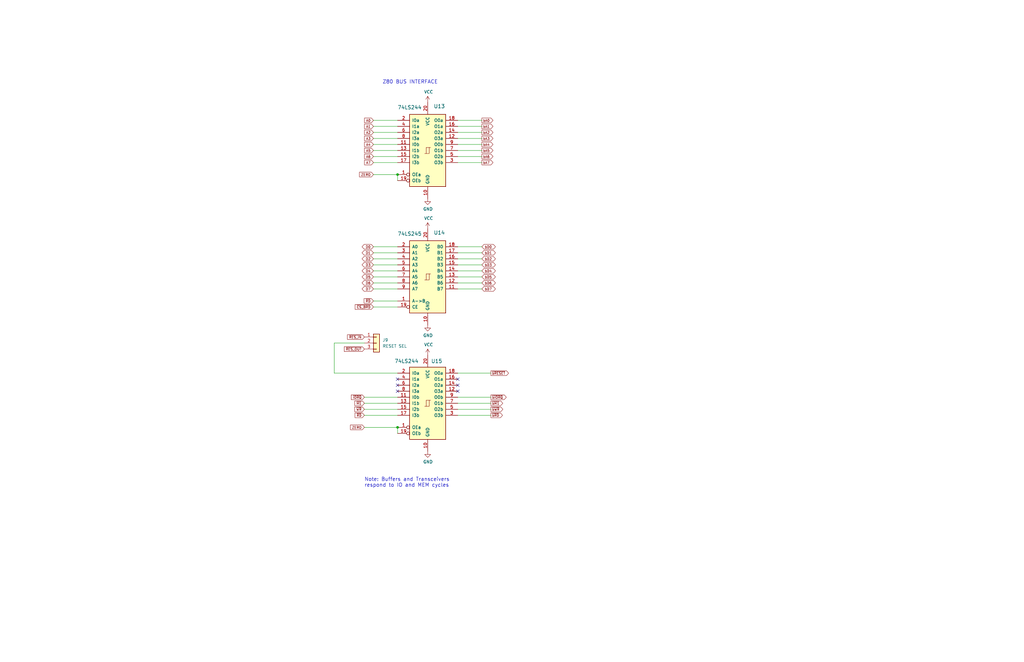
<source format=kicad_sch>
(kicad_sch (version 20211123) (generator eeschema)
  (paper "B")
  (lib_symbols
    (symbol "74xx:74LS244" (pin_names (offset 1.016))
      (property "Reference" "U" (at -7.62 16.51 0))
      (property "Value" "74LS244" (at -7.62 -16.51 0))
      (symbol "74LS244_1_0"
        (polyline (pts (xy -0.635 -1.27) (xy -0.635 1.27) (xy 0.635 1.27)))
        (polyline (pts (xy -1.27 -1.27) (xy 0.635 -1.27) (xy 0.635 1.27) (xy 1.27 1.27)))
        (pin input inverted (at -12.7 -10.16 0) (length 5.08) (name "OEa") (number "1"))
        (pin power_in line (at 0 -20.32 90) (length 5.08) (name "GND") (number "10"))
        (pin input line (at -12.7 2.54 0) (length 5.08) (name "I0b") (number "11"))
        (pin tri_state line (at 12.7 5.08 180) (length 5.08) (name "O3a") (number "12"))
        (pin input line (at -12.7 0 0) (length 5.08) (name "I1b") (number "13"))
        (pin tri_state line (at 12.7 7.62 180) (length 5.08) (name "O2a") (number "14"))
        (pin input line (at -12.7 -2.54 0) (length 5.08) (name "I2b") (number "15"))
        (pin tri_state line (at 12.7 10.16 180) (length 5.08) (name "O1a") (number "16"))
        (pin input line (at -12.7 -5.08 0) (length 5.08) (name "I3b") (number "17"))
        (pin tri_state line (at 12.7 12.7 180) (length 5.08) (name "O0a") (number "18"))
        (pin input inverted (at -12.7 -12.7 0) (length 5.08) (name "OEb") (number "19"))
        (pin input line (at -12.7 12.7 0) (length 5.08) (name "I0a") (number "2"))
        (pin power_in line (at 0 20.32 270) (length 5.08) (name "VCC") (number "20"))
        (pin tri_state line (at 12.7 -5.08 180) (length 5.08) (name "O3b") (number "3"))
        (pin input line (at -12.7 10.16 0) (length 5.08) (name "I1a") (number "4"))
        (pin tri_state line (at 12.7 -2.54 180) (length 5.08) (name "O2b") (number "5"))
        (pin input line (at -12.7 7.62 0) (length 5.08) (name "I2a") (number "6"))
        (pin tri_state line (at 12.7 0 180) (length 5.08) (name "O1b") (number "7"))
        (pin input line (at -12.7 5.08 0) (length 5.08) (name "I3a") (number "8"))
        (pin tri_state line (at 12.7 2.54 180) (length 5.08) (name "O0b") (number "9"))
      )
      (symbol "74LS244_1_1"
        (rectangle (start -7.62 15.24) (end 7.62 -15.24) (stroke (width 0.254)) (fill (type background)))
      )
    )
    (symbol "74xx:74LS245" (pin_names (offset 1.016))
      (property "Reference" "U" (at -7.62 16.51 0))
      (property "Value" "74LS245" (at -7.62 -16.51 0))
      (symbol "74LS245_1_0"
        (polyline (pts (xy -0.635 -1.27) (xy -0.635 1.27) (xy 0.635 1.27)))
        (polyline (pts (xy -1.27 -1.27) (xy 0.635 -1.27) (xy 0.635 1.27) (xy 1.27 1.27)))
        (pin input line (at -12.7 -10.16 0) (length 5.08) (name "A->B") (number "1"))
        (pin power_in line (at 0 -20.32 90) (length 5.08) (name "GND") (number "10"))
        (pin tri_state line (at 12.7 -5.08 180) (length 5.08) (name "B7") (number "11"))
        (pin tri_state line (at 12.7 -2.54 180) (length 5.08) (name "B6") (number "12"))
        (pin tri_state line (at 12.7 0 180) (length 5.08) (name "B5") (number "13"))
        (pin tri_state line (at 12.7 2.54 180) (length 5.08) (name "B4") (number "14"))
        (pin tri_state line (at 12.7 5.08 180) (length 5.08) (name "B3") (number "15"))
        (pin tri_state line (at 12.7 7.62 180) (length 5.08) (name "B2") (number "16"))
        (pin tri_state line (at 12.7 10.16 180) (length 5.08) (name "B1") (number "17"))
        (pin tri_state line (at 12.7 12.7 180) (length 5.08) (name "B0") (number "18"))
        (pin input inverted (at -12.7 -12.7 0) (length 5.08) (name "CE") (number "19"))
        (pin tri_state line (at -12.7 12.7 0) (length 5.08) (name "A0") (number "2"))
        (pin power_in line (at 0 20.32 270) (length 5.08) (name "VCC") (number "20"))
        (pin tri_state line (at -12.7 10.16 0) (length 5.08) (name "A1") (number "3"))
        (pin tri_state line (at -12.7 7.62 0) (length 5.08) (name "A2") (number "4"))
        (pin tri_state line (at -12.7 5.08 0) (length 5.08) (name "A3") (number "5"))
        (pin tri_state line (at -12.7 2.54 0) (length 5.08) (name "A4") (number "6"))
        (pin tri_state line (at -12.7 0 0) (length 5.08) (name "A5") (number "7"))
        (pin tri_state line (at -12.7 -2.54 0) (length 5.08) (name "A6") (number "8"))
        (pin tri_state line (at -12.7 -5.08 0) (length 5.08) (name "A7") (number "9"))
      )
      (symbol "74LS245_1_1"
        (rectangle (start -7.62 15.24) (end 7.62 -15.24) (stroke (width 0.254)) (fill (type background)))
      )
    )
    (symbol "Connector_Generic:Conn_01x03" (pin_names (offset 1.016) hide)
      (property "Reference" "J" (at 0 5.08 0))
      (property "Value" "Conn_01x03" (at 0 -5.08 0))
      (symbol "Conn_01x03_1_1"
        (rectangle (start -1.27 -2.413) (end 0 -2.667) (stroke (width 0.1524)))
        (rectangle (start -1.27 0.127) (end 0 -0.127) (stroke (width 0.1524)))
        (rectangle (start -1.27 2.667) (end 0 2.413) (stroke (width 0.1524)))
        (rectangle (start -1.27 3.81) (end 1.27 -3.81) (stroke (width 0.254)) (fill (type background)))
        (pin passive line (at -5.08 2.54 0) (length 3.81) (name "Pin_1") (number "1"))
        (pin passive line (at -5.08 0 0) (length 3.81) (name "Pin_2") (number "2"))
        (pin passive line (at -5.08 -2.54 0) (length 3.81) (name "Pin_3") (number "3"))
      )
    )
    (symbol "power:GND" (power) (pin_names (offset 0))
      (property "Value" "GND" (at 0 -3.81 0))
      (symbol "GND_0_1"
        (polyline (pts (xy 0 0) (xy 0 -1.27) (xy 1.27 -1.27) (xy 0 -2.54) (xy -1.27 -1.27) (xy 0 -1.27)))
      )
      (symbol "GND_1_1"
        (pin power_in line (at 0 0 270) (length 0) hide (name "GND") (number "1"))
      )
    )
    (symbol "power:VCC" (power) (pin_names (offset 0))
      (property "Value" "VCC" (at 0 3.81 0))
      (symbol "VCC_0_1"
        (polyline (pts (xy -0.762 1.27) (xy 0 2.54)))
        (polyline (pts (xy 0 0) (xy 0 2.54)))
        (polyline (pts (xy 0 2.54) (xy 0.762 1.27)))
      )
      (symbol "VCC_1_1"
        (pin power_in line (at 0 0 90) (length 0) hide (name "VCC") (number "1"))
      )
    )
  )
  (junction (at 167.64 180.34))
  (junction (at 167.64 73.66))
  (no_connect (at 167.64 162.56))
  (no_connect (at 167.64 160.02))
  (no_connect (at 193.04 160.02))
  (no_connect (at 193.04 165.1))
  (no_connect (at 193.04 162.56))
  (no_connect (at 167.64 165.1))
  (wire (pts (xy 193.04 60.96) (xy 203.2 60.96)))
  (wire (pts (xy 193.04 167.64) (xy 207.01 167.64)))
  (wire (pts (xy 193.04 104.14) (xy 203.2 104.14)))
  (wire (pts (xy 157.48 119.38) (xy 167.64 119.38)))
  (wire (pts (xy 193.04 66.04) (xy 203.2 66.04)))
  (wire (pts (xy 167.64 180.34) (xy 167.64 182.88)))
  (wire (pts (xy 153.67 170.18) (xy 167.64 170.18)))
  (wire (pts (xy 157.48 127) (xy 167.64 127)))
  (wire (pts (xy 157.48 63.5) (xy 167.64 63.5)))
  (wire (pts (xy 157.48 106.68) (xy 167.64 106.68)))
  (wire (pts (xy 157.48 53.34) (xy 167.64 53.34)))
  (wire (pts (xy 193.04 68.58) (xy 203.2 68.58)))
  (wire (pts (xy 157.48 116.84) (xy 167.64 116.84)))
  (wire (pts (xy 193.04 157.48) (xy 207.01 157.48)))
  (wire (pts (xy 157.48 66.04) (xy 167.64 66.04)))
  (wire (pts (xy 157.48 68.58) (xy 167.64 68.58)))
  (wire (pts (xy 157.48 104.14) (xy 167.64 104.14)))
  (wire (pts (xy 157.48 109.22) (xy 167.64 109.22)))
  (wire (pts (xy 193.04 111.76) (xy 203.2 111.76)))
  (wire (pts (xy 157.48 114.3) (xy 167.64 114.3)))
  (wire (pts (xy 193.04 50.8) (xy 203.2 50.8)))
  (wire (pts (xy 153.67 167.64) (xy 167.64 167.64)))
  (wire (pts (xy 157.48 55.88) (xy 167.64 55.88)))
  (wire (pts (xy 193.04 106.68) (xy 203.2 106.68)))
  (wire (pts (xy 193.04 175.26) (xy 207.01 175.26)))
  (wire (pts (xy 157.48 121.92) (xy 167.64 121.92)))
  (wire (pts (xy 157.48 50.8) (xy 167.64 50.8)))
  (wire (pts (xy 157.48 58.42) (xy 167.64 58.42)))
  (wire (pts (xy 140.97 157.48) (xy 167.64 157.48)))
  (wire (pts (xy 193.04 121.92) (xy 203.2 121.92)))
  (wire (pts (xy 193.04 116.84) (xy 203.2 116.84)))
  (wire (pts (xy 153.67 172.72) (xy 167.64 172.72)))
  (wire (pts (xy 153.67 180.34) (xy 167.64 180.34)))
  (wire (pts (xy 157.48 129.54) (xy 167.64 129.54)))
  (wire (pts (xy 140.97 144.78) (xy 140.97 157.48)))
  (wire (pts (xy 193.04 55.88) (xy 203.2 55.88)))
  (wire (pts (xy 193.04 172.72) (xy 207.01 172.72)))
  (wire (pts (xy 157.48 60.96) (xy 167.64 60.96)))
  (wire (pts (xy 193.04 53.34) (xy 203.2 53.34)))
  (wire (pts (xy 193.04 109.22) (xy 203.2 109.22)))
  (wire (pts (xy 157.48 111.76) (xy 167.64 111.76)))
  (wire (pts (xy 193.04 114.3) (xy 203.2 114.3)))
  (wire (pts (xy 140.97 144.78) (xy 153.67 144.78)))
  (wire (pts (xy 167.64 76.2) (xy 167.64 73.66)))
  (wire (pts (xy 157.48 73.66) (xy 167.64 73.66)))
  (wire (pts (xy 153.67 175.26) (xy 167.64 175.26)))
  (wire (pts (xy 193.04 63.5) (xy 203.2 63.5)))
  (wire (pts (xy 193.04 119.38) (xy 203.2 119.38)))
  (wire (pts (xy 193.04 58.42) (xy 203.2 58.42)))
  (wire (pts (xy 193.04 170.18) (xy 207.01 170.18)))
  (text "Z80 BUS INTERFACE" (at 161.29 35.56 0) (effects (font (size 1.524 1.524)) (justify left bottom)))
  (text "Note: Buffers and Transceivers\nrespond to IO and MEM cycles" (at 153.67 205.74 0) (effects (font (size 1.524 1.524)) (justify left bottom)))
  (global_label "bD5" (shape bidirectional) (at 203.2 116.84 0) (effects (font (size 1.016 1.016))) (property "Intersheet References" "${INTERSHEET_REFS}" (effects hide)))
  (global_label "~{RES_OUT}" (shape input) (at 153.67 147.32 180) (effects (font (size 1.016 1.016))) (property "Intersheet References" "${INTERSHEET_REFS}" (effects hide)))
  (global_label "bA4" (shape output) (at 203.2 60.96 0) (effects (font (size 1.016 1.016))) (property "Intersheet References" "${INTERSHEET_REFS}" (effects hide)))
  (global_label "D4" (shape bidirectional) (at 157.48 114.3 180) (effects (font (size 1.016 1.016))) (property "Intersheet References" "${INTERSHEET_REFS}" (effects hide)))
  (global_label "~{RES_IN}" (shape input) (at 153.67 142.24 180) (effects (font (size 1.016 1.016))) (property "Intersheet References" "${INTERSHEET_REFS}" (effects hide)))
  (global_label "~{bWR}" (shape output) (at 207.01 172.72 0) (effects (font (size 1.016 1.016))) (property "Intersheet References" "${INTERSHEET_REFS}" (effects hide)))
  (global_label "~{bRESET}" (shape output) (at 207.01 157.48 0) (effects (font (size 1.016 1.016))) (property "Intersheet References" "${INTERSHEET_REFS}" (effects hide)))
  (global_label "~{bIORQ}" (shape output) (at 207.01 167.64 0) (effects (font (size 1.016 1.016))) (property "Intersheet References" "${INTERSHEET_REFS}" (effects hide)))
  (global_label "~{WR}" (shape input) (at 153.67 172.72 180) (effects (font (size 1.016 1.016))) (property "Intersheet References" "${INTERSHEET_REFS}" (effects hide)))
  (global_label "bA3" (shape output) (at 203.2 58.42 0) (effects (font (size 1.016 1.016))) (property "Intersheet References" "${INTERSHEET_REFS}" (effects hide)))
  (global_label "D3" (shape bidirectional) (at 157.48 111.76 180) (effects (font (size 1.016 1.016))) (property "Intersheet References" "${INTERSHEET_REFS}" (effects hide)))
  (global_label "ZERO" (shape input) (at 153.67 180.34 180) (effects (font (size 1.016 1.016))) (property "Intersheet References" "${INTERSHEET_REFS}" (effects hide)))
  (global_label "bD2" (shape bidirectional) (at 203.2 109.22 0) (effects (font (size 1.016 1.016))) (property "Intersheet References" "${INTERSHEET_REFS}" (effects hide)))
  (global_label "~{CS_BRD}" (shape input) (at 157.48 129.54 180) (effects (font (size 1.016 1.016))) (property "Intersheet References" "${INTERSHEET_REFS}" (effects hide)))
  (global_label "A7" (shape input) (at 157.48 68.58 180) (effects (font (size 1.016 1.016))) (property "Intersheet References" "${INTERSHEET_REFS}" (effects hide)))
  (global_label "A1" (shape input) (at 157.48 53.34 180) (effects (font (size 1.016 1.016))) (property "Intersheet References" "${INTERSHEET_REFS}" (effects hide)))
  (global_label "bD7" (shape bidirectional) (at 203.2 121.92 0) (effects (font (size 1.016 1.016))) (property "Intersheet References" "${INTERSHEET_REFS}" (effects hide)))
  (global_label "D6" (shape bidirectional) (at 157.48 119.38 180) (effects (font (size 1.016 1.016))) (property "Intersheet References" "${INTERSHEET_REFS}" (effects hide)))
  (global_label "~{bRD}" (shape output) (at 207.01 175.26 0) (effects (font (size 1.016 1.016))) (property "Intersheet References" "${INTERSHEET_REFS}" (effects hide)))
  (global_label "ZERO" (shape input) (at 157.48 73.66 180) (effects (font (size 1.016 1.016))) (property "Intersheet References" "${INTERSHEET_REFS}" (effects hide)))
  (global_label "~{IORQ}" (shape input) (at 153.67 167.64 180) (effects (font (size 1.016 1.016))) (property "Intersheet References" "${INTERSHEET_REFS}" (effects hide)))
  (global_label "bA0" (shape output) (at 203.2 50.8 0) (effects (font (size 1.016 1.016))) (property "Intersheet References" "${INTERSHEET_REFS}" (effects hide)))
  (global_label "~{M1}" (shape input) (at 153.67 170.18 180) (effects (font (size 1.016 1.016))) (property "Intersheet References" "${INTERSHEET_REFS}" (effects hide)))
  (global_label "D1" (shape bidirectional) (at 157.48 106.68 180) (effects (font (size 1.016 1.016))) (property "Intersheet References" "${INTERSHEET_REFS}" (effects hide)))
  (global_label "bA6" (shape output) (at 203.2 66.04 0) (effects (font (size 1.016 1.016))) (property "Intersheet References" "${INTERSHEET_REFS}" (effects hide)))
  (global_label "D5" (shape bidirectional) (at 157.48 116.84 180) (effects (font (size 1.016 1.016))) (property "Intersheet References" "${INTERSHEET_REFS}" (effects hide)))
  (global_label "bD3" (shape bidirectional) (at 203.2 111.76 0) (effects (font (size 1.016 1.016))) (property "Intersheet References" "${INTERSHEET_REFS}" (effects hide)))
  (global_label "A2" (shape input) (at 157.48 55.88 180) (effects (font (size 1.016 1.016))) (property "Intersheet References" "${INTERSHEET_REFS}" (effects hide)))
  (global_label "A4" (shape input) (at 157.48 60.96 180) (effects (font (size 1.016 1.016))) (property "Intersheet References" "${INTERSHEET_REFS}" (effects hide)))
  (global_label "D2" (shape bidirectional) (at 157.48 109.22 180) (effects (font (size 1.016 1.016))) (property "Intersheet References" "${INTERSHEET_REFS}" (effects hide)))
  (global_label "bA2" (shape output) (at 203.2 55.88 0) (effects (font (size 1.016 1.016))) (property "Intersheet References" "${INTERSHEET_REFS}" (effects hide)))
  (global_label "bA1" (shape output) (at 203.2 53.34 0) (effects (font (size 1.016 1.016))) (property "Intersheet References" "${INTERSHEET_REFS}" (effects hide)))
  (global_label "bA7" (shape output) (at 203.2 68.58 0) (effects (font (size 1.016 1.016))) (property "Intersheet References" "${INTERSHEET_REFS}" (effects hide)))
  (global_label "bD4" (shape bidirectional) (at 203.2 114.3 0) (effects (font (size 1.016 1.016))) (property "Intersheet References" "${INTERSHEET_REFS}" (effects hide)))
  (global_label "D7" (shape bidirectional) (at 157.48 121.92 180) (effects (font (size 1.016 1.016))) (property "Intersheet References" "${INTERSHEET_REFS}" (effects hide)))
  (global_label "~{RD}" (shape input) (at 157.48 127 180) (effects (font (size 1.016 1.016))) (property "Intersheet References" "${INTERSHEET_REFS}" (effects hide)))
  (global_label "~{RD}" (shape input) (at 153.67 175.26 180) (effects (font (size 1.016 1.016))) (property "Intersheet References" "${INTERSHEET_REFS}" (effects hide)))
  (global_label "A3" (shape input) (at 157.48 58.42 180) (effects (font (size 1.016 1.016))) (property "Intersheet References" "${INTERSHEET_REFS}" (effects hide)))
  (global_label "bD1" (shape bidirectional) (at 203.2 106.68 0) (effects (font (size 1.016 1.016))) (property "Intersheet References" "${INTERSHEET_REFS}" (effects hide)))
  (global_label "A6" (shape input) (at 157.48 66.04 180) (effects (font (size 1.016 1.016))) (property "Intersheet References" "${INTERSHEET_REFS}" (effects hide)))
  (global_label "~{bM1}" (shape output) (at 207.01 170.18 0) (effects (font (size 1.016 1.016))) (property "Intersheet References" "${INTERSHEET_REFS}" (effects hide)))
  (global_label "bD6" (shape bidirectional) (at 203.2 119.38 0) (effects (font (size 1.016 1.016))) (property "Intersheet References" "${INTERSHEET_REFS}" (effects hide)))
  (global_label "bA5" (shape output) (at 203.2 63.5 0) (effects (font (size 1.016 1.016))) (property "Intersheet References" "${INTERSHEET_REFS}" (effects hide)))
  (global_label "A5" (shape input) (at 157.48 63.5 180) (effects (font (size 1.016 1.016))) (property "Intersheet References" "${INTERSHEET_REFS}" (effects hide)))
  (global_label "D0" (shape bidirectional) (at 157.48 104.14 180) (effects (font (size 1.016 1.016))) (property "Intersheet References" "${INTERSHEET_REFS}" (effects hide)))
  (global_label "A0" (shape input) (at 157.48 50.8 180) (effects (font (size 1.016 1.016))) (property "Intersheet References" "${INTERSHEET_REFS}" (effects hide)))
  (global_label "bD0" (shape bidirectional) (at 203.2 104.14 0) (effects (font (size 1.016 1.016))) (property "Intersheet References" "${INTERSHEET_REFS}" (effects hide)))
  (symbol (lib_id "74xx:74LS245") (at 180.34 116.84 0) (unit 1)
    (property "Reference" "U14" (at 182.88 99.06 0) (effects (font (size 1.524 1.524)) (justify left bottom)))
    (property "Value" "74LS245" (at 167.64 97.79 0) (effects (font (size 1.524 1.524)) (justify left top)))
    (property "Footprint" "Package_DIP:DIP-20_W7.62mm_Socket" (effects hide))
    (property "Datasheet" "http://www.ti.com/lit/gpn/sn74LS245" (effects hide))
  )
  (symbol (lib_id "power:VCC") (at 180.34 43.18 0) (unit 1)
    (property "Reference" "#PWR037" (effects hide))
    (property "Value" "VCC" (at 180.721 38.7858 0))
  )
  (symbol (lib_id "power:GND") (at 180.34 83.82 0) (unit 1)
    (property "Reference" "#PWR038" (effects hide))
    (property "Value" "GND" (at 180.467 88.2142 0))
  )
  (symbol (lib_id "power:VCC") (at 180.34 96.52 0) (unit 1)
    (property "Reference" "#PWR039" (effects hide))
    (property "Value" "VCC" (at 180.721 92.1258 0))
  )
  (symbol (lib_id "power:VCC") (at 180.34 149.86 0) (unit 1)
    (property "Reference" "#PWR041" (effects hide))
    (property "Value" "VCC" (at 180.721 145.4658 0))
  )
  (symbol (lib_id "power:GND") (at 180.34 137.16 0) (unit 1)
    (property "Reference" "#PWR040" (effects hide))
    (property "Value" "GND" (at 180.467 141.5542 0))
  )
  (symbol (lib_id "power:GND") (at 180.34 190.5 0) (unit 1)
    (property "Reference" "#PWR042" (effects hide))
    (property "Value" "GND" (at 180.467 194.8942 0))
  )
  (symbol (lib_id "74xx:74LS244") (at 180.34 170.18 0) (unit 1)
    (property "Reference" "U15" (at 184.15 152.4 0) (effects (font (size 1.524 1.524))))
    (property "Value" "74LS244" (at 171.45 152.4 0) (effects (font (size 1.524 1.524))))
    (property "Footprint" "Package_DIP:DIP-20_W7.62mm_Socket" (effects hide))
    (property "Datasheet" "http://www.ti.com/lit/ds/symlink/sn74ls244.pdf" (effects hide))
  )
  (symbol (lib_id "74xx:74LS244") (at 180.34 63.5 0) (unit 1)
    (property "Reference" "U13" (at 182.88 45.72 0) (effects (font (size 1.524 1.524)) (justify left bottom)))
    (property "Value" "74LS244" (at 167.64 44.45 0) (effects (font (size 1.524 1.524)) (justify left top)))
    (property "Footprint" "Package_DIP:DIP-20_W7.62mm_Socket" (effects hide))
    (property "Datasheet" "http://www.ti.com/lit/ds/symlink/sn74ls244.pdf" (effects hide))
  )
  (symbol (lib_id "Connector_Generic:Conn_01x03") (at 158.75 144.78 0) (unit 1)
    (property "Reference" "J9" (at 161.29 143.5099 0) (effects (justify left)))
    (property "Value" "RESET SEL" (at 161.29 146.0499 0) (effects (justify left)))
    (property "Footprint" "Connector_PinHeader_2.54mm:PinHeader_1x03_P2.54mm_Vertical" (effects hide))
  )
)
</source>
